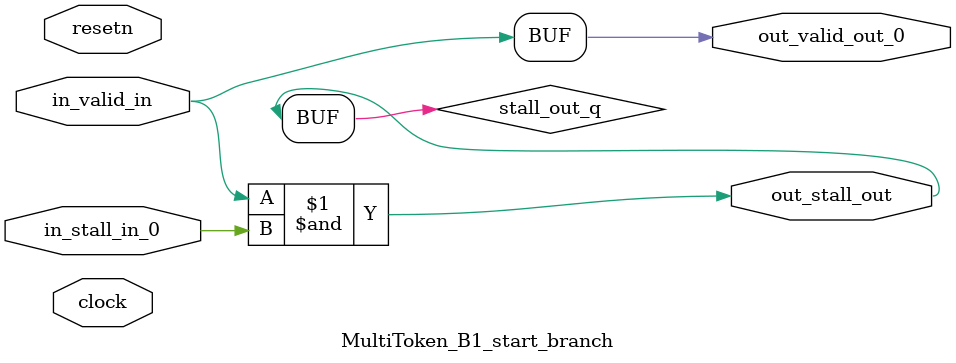
<source format=sv>



(* altera_attribute = "-name AUTO_SHIFT_REGISTER_RECOGNITION OFF; -name MESSAGE_DISABLE 10036; -name MESSAGE_DISABLE 10037; -name MESSAGE_DISABLE 14130; -name MESSAGE_DISABLE 14320; -name MESSAGE_DISABLE 15400; -name MESSAGE_DISABLE 14130; -name MESSAGE_DISABLE 10036; -name MESSAGE_DISABLE 12020; -name MESSAGE_DISABLE 12030; -name MESSAGE_DISABLE 12010; -name MESSAGE_DISABLE 12110; -name MESSAGE_DISABLE 14320; -name MESSAGE_DISABLE 13410; -name MESSAGE_DISABLE 113007; -name MESSAGE_DISABLE 10958" *)
module MultiToken_B1_start_branch (
    input wire [0:0] in_stall_in_0,
    input wire [0:0] in_valid_in,
    output wire [0:0] out_stall_out,
    output wire [0:0] out_valid_out_0,
    input wire clock,
    input wire resetn
    );

    wire [0:0] stall_out_q;


    // stall_out(LOGICAL,6)
    assign stall_out_q = in_valid_in & in_stall_in_0;

    // out_stall_out(GPOUT,4)
    assign out_stall_out = stall_out_q;

    // out_valid_out_0(GPOUT,5)
    assign out_valid_out_0 = in_valid_in;

endmodule

</source>
